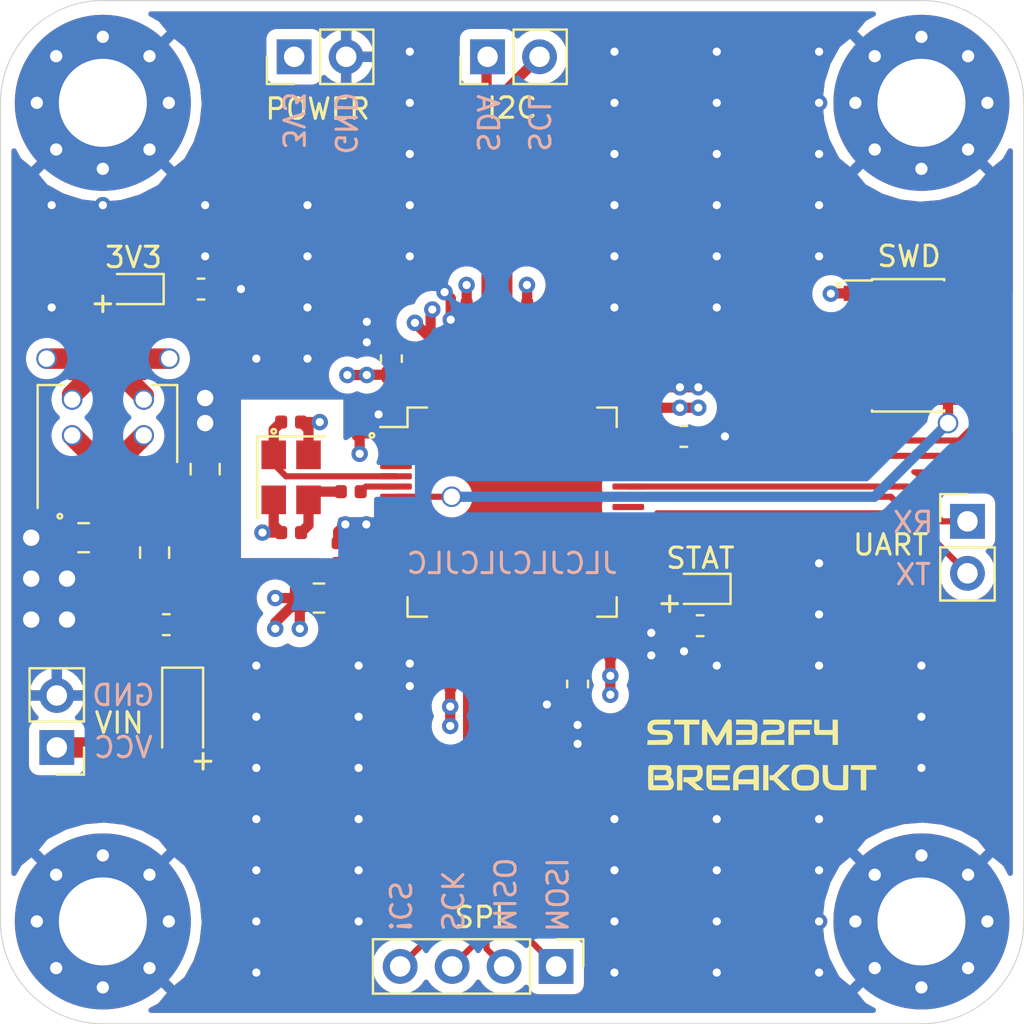
<source format=kicad_pcb>
(kicad_pcb (version 20171130) (host pcbnew "(5.1.5)-3")
  (layers (0 F.Cu signal) (1 In1.Cu power) (2 In2.Cu power) (31 B.Cu signal) (34 B.Paste user) (35 F.Paste user) (36 B.SilkS user) (37 F.SilkS user) (38 B.Mask user) (39 F.Mask user) (44 Edge.Cuts user))
  (net 0 "")
  (net 1 "Net-(C1-Pad1)")
  (net 2 GND)
  (net 3 +3V3)
  (net 4 +3.3VA)
  (net 5 "Net-(C15-Pad1)")
  (net 6 "Net-(C16-Pad1)")
  (net 7 HSE_IN)
  (net 8 "Net-(C18-Pad1)")
  (net 9 "Net-(D1-Pad1)")
  (net 10 VCC)
  (net 11 "Net-(D2-Pad1)")
  (net 12 "Net-(D3-Pad2)")
  (net 13 "Net-(D3-Pad1)")
  (net 14 "Net-(F1-Pad2)")
  (net 15 USART1_RX)
  (net 16 USART1_TX)
  (net 17 SWDIO)
  (net 18 SWCLK)
  (net 19 SWO)
  (net 20 "Net-(J4-Pad7)")
  (net 21 "Net-(J4-Pad8)")
  (net 22 NRST)
  (net 23 I2C1_SCL)
  (net 24 I2C1_SDA)
  (net 25 SPI1_CS)
  (net 26 SPI1_SCK)
  (net 27 SPI1_MISO)
  (net 28 SPI1_MOSI)
  (net 29 BOOT0)
  (net 30 BOOT1)
  (net 31 HSE_OUT)
  (net 32 "Net-(U2-Pad2)")
  (net 33 "Net-(U2-Pad3)")
  (net 34 "Net-(U2-Pad4)")
  (net 35 "Net-(U2-Pad8)")
  (net 36 "Net-(U2-Pad9)")
  (net 37 "Net-(U2-Pad10)")
  (net 38 "Net-(U2-Pad11)")
  (net 39 "Net-(U2-Pad14)")
  (net 40 "Net-(U2-Pad15)")
  (net 41 "Net-(U2-Pad16)")
  (net 42 "Net-(U2-Pad17)")
  (net 43 "Net-(U2-Pad24)")
  (net 44 "Net-(U2-Pad25)")
  (net 45 "Net-(U2-Pad26)")
  (net 46 "Net-(U2-Pad27)")
  (net 47 "Net-(U2-Pad29)")
  (net 48 "Net-(U2-Pad30)")
  (net 49 "Net-(U2-Pad34)")
  (net 50 "Net-(U2-Pad35)")
  (net 51 "Net-(U2-Pad36)")
  (net 52 "Net-(U2-Pad37)")
  (net 53 "Net-(U2-Pad38)")
  (net 54 "Net-(U2-Pad39)")
  (net 55 "Net-(U2-Pad40)")
  (net 56 "Net-(U2-Pad41)")
  (net 57 "Net-(U2-Pad44)")
  (net 58 "Net-(U2-Pad45)")
  (net 59 "Net-(U2-Pad50)")
  (net 60 "Net-(U2-Pad51)")
  (net 61 "Net-(U2-Pad52)")
  (net 62 "Net-(U2-Pad53)")
  (net 63 "Net-(U2-Pad54)")
  (net 64 "Net-(U2-Pad56)")
  (net 65 "Net-(U2-Pad57)")
  (net 66 "Net-(U2-Pad61)")
  (net 67 "Net-(U2-Pad62)")
  (module LogoSilkscreens:F4Silkscreen (layer F.Cu) (at 57.2 56.9)
    (fp_text reference G*** hide)
    (fp_text value LOGO hide)
  )
  (module Capacitor_SMD:C_0805_2012Metric (layer F.Cu) (at 30 42.9 90)
    (fp_text reference C1)
    (fp_text value 10u)
    (pad 1 smd roundrect (at -0.9375 0 90) (size 0.975 1.4) (layers F.Cu F.Paste F.Mask) (net 1 "Net-(C1-Pad1)"))
    (pad 2 smd roundrect (at 0.9375 0 90) (size 0.975 1.4) (layers F.Cu F.Paste F.Mask) (net 2 GND))
  )
  (module Capacitor_SMD:C_0805_2012Metric (layer F.Cu) (at 24.0625 46.25 180)
    (fp_text reference C2)
    (fp_text value 10u)
    (pad 2 smd roundrect (at 0.9375 0 180) (size 0.975 1.4) (layers F.Cu F.Paste F.Mask) (net 2 GND))
    (pad 1 smd roundrect (at -0.9375 0 180) (size 0.975 1.4) (layers F.Cu F.Paste F.Mask) (net 3 +3V3))
  )
  (module Capacitor_SMD:C_0603_1608Metric (layer F.Cu) (at 39.1 37.5 90)
    (fp_text reference C3)
    (fp_text value 10u)
    (pad 1 smd roundrect (at -0.7875 0 90) (size 0.875 0.95) (layers F.Cu F.Paste F.Mask) (net 3 +3V3))
    (pad 2 smd roundrect (at 0.7875 0 90) (size 0.875 0.95) (layers F.Cu F.Paste F.Mask) (net 2 GND))
  )
  (module Capacitor_SMD:C_0402_1005Metric (layer F.Cu) (at 37.5 40.715 90)
    (fp_text reference C4)
    (fp_text value 100nf)
    (pad 2 smd roundrect (at 0.485 0 90) (size 0.59 0.64) (layers F.Cu F.Paste F.Mask) (net 2 GND))
    (pad 1 smd roundrect (at -0.485 0 90) (size 0.59 0.64) (layers F.Cu F.Paste F.Mask) (net 3 +3V3))
  )
  (module Capacitor_SMD:C_0402_1005Metric (layer F.Cu) (at 41.5 52.4 180)
    (fp_text reference C5)
    (fp_text value 100nf)
    (pad 1 smd roundrect (at -0.485 0 180) (size 0.59 0.64) (layers F.Cu F.Paste F.Mask) (net 3 +3V3))
    (pad 2 smd roundrect (at 0.485 0 180) (size 0.59 0.64) (layers F.Cu F.Paste F.Mask) (net 2 GND))
  )
  (module Capacitor_SMD:C_0402_1005Metric (layer F.Cu) (at 41.5 53.5 180)
    (fp_text reference C6)
    (fp_text value 100nf)
    (pad 2 smd roundrect (at 0.485 0 180) (size 0.59 0.64) (layers F.Cu F.Paste F.Mask) (net 2 GND))
    (pad 1 smd roundrect (at -0.485 0 180) (size 0.59 0.64) (layers F.Cu F.Paste F.Mask) (net 3 +3V3))
  )
  (module Capacitor_SMD:C_0402_1005Metric (layer F.Cu) (at 50.285 50.9)
    (fp_text reference C7)
    (fp_text value 100nf)
    (pad 1 smd roundrect (at -0.485 0) (size 0.59 0.64) (layers F.Cu F.Paste F.Mask) (net 3 +3V3))
    (pad 2 smd roundrect (at 0.485 0) (size 0.59 0.64) (layers F.Cu F.Paste F.Mask) (net 2 GND))
  )
  (module Capacitor_SMD:C_0402_1005Metric (layer F.Cu) (at 50.285 52)
    (fp_text reference C8)
    (fp_text value 100nf)
    (pad 2 smd roundrect (at 0.485 0) (size 0.59 0.64) (layers F.Cu F.Paste F.Mask) (net 2 GND))
    (pad 1 smd roundrect (at -0.485 0) (size 0.59 0.64) (layers F.Cu F.Paste F.Mask) (net 3 +3V3))
  )
  (module Capacitor_SMD:C_0402_1005Metric (layer F.Cu) (at 50.9 39.4 90)
    (fp_text reference C9)
    (fp_text value 100nf)
    (pad 1 smd roundrect (at -0.485 0 90) (size 0.59 0.64) (layers F.Cu F.Paste F.Mask) (net 3 +3V3))
    (pad 2 smd roundrect (at 0.485 0 90) (size 0.59 0.64) (layers F.Cu F.Paste F.Mask) (net 2 GND))
  )
  (module Capacitor_SMD:C_0402_1005Metric (layer F.Cu) (at 52.1 39.415 90)
    (fp_text reference C10)
    (fp_text value 100nf)
    (pad 1 smd roundrect (at -0.485 0 90) (size 0.59 0.64) (layers F.Cu F.Paste F.Mask) (net 3 +3V3))
    (pad 2 smd roundrect (at 0.485 0 90) (size 0.59 0.64) (layers F.Cu F.Paste F.Mask) (net 2 GND))
  )
  (module Capacitor_SMD:C_0402_1005Metric (layer F.Cu) (at 41.5 37.6)
    (fp_text reference C11)
    (fp_text value 100nf)
    (pad 2 smd roundrect (at 0.485 0) (size 0.59 0.64) (layers F.Cu F.Paste F.Mask) (net 2 GND))
    (pad 1 smd roundrect (at -0.485 0) (size 0.59 0.64) (layers F.Cu F.Paste F.Mask) (net 3 +3V3))
  )
  (module Capacitor_SMD:C_0402_1005Metric (layer F.Cu) (at 41.5 36.5)
    (fp_text reference C12)
    (fp_text value 100nf)
    (pad 1 smd roundrect (at -0.485 0) (size 0.59 0.64) (layers F.Cu F.Paste F.Mask) (net 3 +3V3))
    (pad 2 smd roundrect (at 0.485 0) (size 0.59 0.64) (layers F.Cu F.Paste F.Mask) (net 2 GND))
  )
  (module Capacitor_SMD:C_0402_1005Metric (layer F.Cu) (at 36.5 47 90)
    (fp_text reference C13)
    (fp_text value 100nf)
    (pad 2 smd roundrect (at 0.485 0 90) (size 0.59 0.64) (layers F.Cu F.Paste F.Mask) (net 2 GND))
    (pad 1 smd roundrect (at -0.485 0 90) (size 0.59 0.64) (layers F.Cu F.Paste F.Mask) (net 4 +3.3VA))
  )
  (module Capacitor_SMD:C_0402_1005Metric (layer F.Cu) (at 37.6 47 90)
    (fp_text reference C14)
    (fp_text value 10n)
    (pad 2 smd roundrect (at 0.485 0 90) (size 0.59 0.64) (layers F.Cu F.Paste F.Mask) (net 2 GND))
    (pad 1 smd roundrect (at -0.485 0 90) (size 0.59 0.64) (layers F.Cu F.Paste F.Mask) (net 4 +3.3VA))
  )
  (module Capacitor_SMD:C_0603_1608Metric (layer F.Cu) (at 48.2 53.4 270)
    (fp_text reference C15)
    (fp_text value 2.2u)
    (pad 2 smd roundrect (at 0.7875 0 270) (size 0.875 0.95) (layers F.Cu F.Paste F.Mask) (net 2 GND))
    (pad 1 smd roundrect (at -0.7875 0 270) (size 0.875 0.95) (layers F.Cu F.Paste F.Mask) (net 5 "Net-(C15-Pad1)"))
  )
  (module Capacitor_SMD:C_0603_1608Metric (layer F.Cu) (at 53.3875 41.3)
    (fp_text reference C16)
    (fp_text value 2.2u)
    (pad 1 smd roundrect (at -0.7875 0) (size 0.875 0.95) (layers F.Cu F.Paste F.Mask) (net 6 "Net-(C16-Pad1)"))
    (pad 2 smd roundrect (at 0.7875 0) (size 0.875 0.95) (layers F.Cu F.Paste F.Mask) (net 2 GND))
  )
  (module Capacitor_SMD:C_0402_1005Metric (layer F.Cu) (at 34.2 40.6)
    (fp_text reference C17)
    (fp_text value 12p)
    (pad 1 smd roundrect (at -0.485 0) (size 0.59 0.64) (layers F.Cu F.Paste F.Mask) (net 7 HSE_IN))
    (pad 2 smd roundrect (at 0.485 0) (size 0.59 0.64) (layers F.Cu F.Paste F.Mask) (net 2 GND))
  )
  (module Capacitor_SMD:C_0402_1005Metric (layer F.Cu) (at 34.2 46 180)
    (fp_text reference C18)
    (fp_text value 12p)
    (pad 1 smd roundrect (at -0.485 0 180) (size 0.59 0.64) (layers F.Cu F.Paste F.Mask) (net 8 "Net-(C18-Pad1)"))
    (pad 2 smd roundrect (at 0.485 0 180) (size 0.59 0.64) (layers F.Cu F.Paste F.Mask) (net 2 GND))
  )
  (module Diode_SMD:D_SOD-123 (layer F.Cu) (at 28.9 54.85 270)
    (fp_text reference D1)
    (fp_text value B5819W)
    (pad 1 smd rect (at -1.65 0 270) (size 0.9 1.2) (layers F.Cu F.Paste F.Mask) (net 9 "Net-(D1-Pad1)"))
    (pad 2 smd rect (at 1.65 0 270) (size 0.9 1.2) (layers F.Cu F.Paste F.Mask) (net 10 VCC))
  )
  (module LED_SMD:LED_0603_1608Metric (layer F.Cu) (at 26.4875 34.1 180)
    (fp_text reference D2)
    (fp_text value Red)
    (pad 1 smd roundrect (at -0.7875 0 180) (size 0.875 0.95) (layers F.Cu F.Paste F.Mask) (net 11 "Net-(D2-Pad1)"))
    (pad 2 smd roundrect (at 0.7875 0 180) (size 0.875 0.95) (layers F.Cu F.Paste F.Mask) (net 3 +3V3))
  )
  (module LED_SMD:LED_0603_1608Metric (layer F.Cu) (at 54.1875 48.75 180)
    (fp_text reference D3)
    (fp_text value Red)
    (pad 2 smd roundrect (at 0.7875 0 180) (size 0.875 0.95) (layers F.Cu F.Paste F.Mask) (net 12 "Net-(D3-Pad2)"))
    (pad 1 smd roundrect (at -0.7875 0 180) (size 0.875 0.95) (layers F.Cu F.Paste F.Mask) (net 13 "Net-(D3-Pad1)"))
  )
  (module Fuse:Fuse_0603_1608Metric (layer F.Cu) (at 28.1 50.5 180)
    (fp_text reference F1)
    (fp_text value 500mA)
    (pad 1 smd roundrect (at -0.7875 0 180) (size 0.875 0.95) (layers F.Cu F.Paste F.Mask) (net 9 "Net-(D1-Pad1)"))
    (pad 2 smd roundrect (at 0.7875 0 180) (size 0.875 0.95) (layers F.Cu F.Paste F.Mask) (net 14 "Net-(F1-Pad2)"))
  )
  (module Inductor_SMD:L_0805_2012Metric (layer F.Cu) (at 27.53 46.9775 270)
    (fp_text reference FB1)
    (fp_text value "100 @ 100 MHz")
    (pad 1 smd roundrect (at -0.9375 0 270) (size 0.975 1.4) (layers F.Cu F.Paste F.Mask) (net 1 "Net-(C1-Pad1)"))
    (pad 2 smd roundrect (at 0.9375 0 270) (size 0.975 1.4) (layers F.Cu F.Paste F.Mask) (net 14 "Net-(F1-Pad2)"))
  )
  (module Inductor_SMD:L_0805_2012Metric (layer F.Cu) (at 35.5625 49.2 180)
    (fp_text reference FB2)
    (fp_text value "100 @ 100 MHz")
    (pad 2 smd roundrect (at 0.9375 0 180) (size 0.975 1.4) (layers F.Cu F.Paste F.Mask) (net 3 +3V3))
    (pad 1 smd roundrect (at -0.9375 0 180) (size 0.975 1.4) (layers F.Cu F.Paste F.Mask) (net 4 +3.3VA))
  )
  (module MountingHole:MountingHole_4.3mm_M4_Pad_Via (layer F.Cu) (at 25 25)
    (fp_text reference H1)
    (fp_text value MountingHole_Pad)
    (pad 1 thru_hole circle (at 2.280419 -2.280419) (size 0.9 0.9) (drill 0.6) (layers *.Cu *.Mask) (net 2 GND))
    (pad 1 thru_hole circle (at 0 -3.225) (size 0.9 0.9) (drill 0.6) (layers *.Cu *.Mask) (net 2 GND))
    (pad 1 thru_hole circle (at -2.280419 -2.280419) (size 0.9 0.9) (drill 0.6) (layers *.Cu *.Mask) (net 2 GND))
    (pad 1 thru_hole circle (at -3.225 0) (size 0.9 0.9) (drill 0.6) (layers *.Cu *.Mask) (net 2 GND))
    (pad 1 thru_hole circle (at -2.280419 2.280419) (size 0.9 0.9) (drill 0.6) (layers *.Cu *.Mask) (net 2 GND))
    (pad 1 thru_hole circle (at 0 3.225) (size 0.9 0.9) (drill 0.6) (layers *.Cu *.Mask) (net 2 GND))
    (pad 1 thru_hole circle (at 2.280419 2.280419) (size 0.9 0.9) (drill 0.6) (layers *.Cu *.Mask) (net 2 GND))
    (pad 1 thru_hole circle (at 3.225 0) (size 0.9 0.9) (drill 0.6) (layers *.Cu *.Mask) (net 2 GND))
    (pad 1 thru_hole circle (at 0 0) (size 8.6 8.6) (drill 4.3) (layers *.Cu *.Mask) (net 2 GND))
  )
  (module MountingHole:MountingHole_4.3mm_M4_Pad_Via (layer F.Cu) (at 65 25)
    (fp_text reference H2)
    (fp_text value MountingHole_Pad)
    (pad 1 thru_hole circle (at 0 0) (size 8.6 8.6) (drill 4.3) (layers *.Cu *.Mask) (net 2 GND))
    (pad 1 thru_hole circle (at 3.225 0) (size 0.9 0.9) (drill 0.6) (layers *.Cu *.Mask) (net 2 GND))
    (pad 1 thru_hole circle (at 2.280419 2.280419) (size 0.9 0.9) (drill 0.6) (layers *.Cu *.Mask) (net 2 GND))
    (pad 1 thru_hole circle (at 0 3.225) (size 0.9 0.9) (drill 0.6) (layers *.Cu *.Mask) (net 2 GND))
    (pad 1 thru_hole circle (at -2.280419 2.280419) (size 0.9 0.9) (drill 0.6) (layers *.Cu *.Mask) (net 2 GND))
    (pad 1 thru_hole circle (at -3.225 0) (size 0.9 0.9) (drill 0.6) (layers *.Cu *.Mask) (net 2 GND))
    (pad 1 thru_hole circle (at -2.280419 -2.280419) (size 0.9 0.9) (drill 0.6) (layers *.Cu *.Mask) (net 2 GND))
    (pad 1 thru_hole circle (at 0 -3.225) (size 0.9 0.9) (drill 0.6) (layers *.Cu *.Mask) (net 2 GND))
    (pad 1 thru_hole circle (at 2.280419 -2.280419) (size 0.9 0.9) (drill 0.6) (layers *.Cu *.Mask) (net 2 GND))
  )
  (module MountingHole:MountingHole_4.3mm_M4_Pad_Via (layer F.Cu) (at 65 65)
    (fp_text reference H3)
    (fp_text value MountingHole_Pad)
    (pad 1 thru_hole circle (at 2.280419 -2.280419) (size 0.9 0.9) (drill 0.6) (layers *.Cu *.Mask) (net 2 GND))
    (pad 1 thru_hole circle (at 0 -3.225) (size 0.9 0.9) (drill 0.6) (layers *.Cu *.Mask) (net 2 GND))
    (pad 1 thru_hole circle (at -2.280419 -2.280419) (size 0.9 0.9) (drill 0.6) (layers *.Cu *.Mask) (net 2 GND))
    (pad 1 thru_hole circle (at -3.225 0) (size 0.9 0.9) (drill 0.6) (layers *.Cu *.Mask) (net 2 GND))
    (pad 1 thru_hole circle (at -2.280419 2.280419) (size 0.9 0.9) (drill 0.6) (layers *.Cu *.Mask) (net 2 GND))
    (pad 1 thru_hole circle (at 0 3.225) (size 0.9 0.9) (drill 0.6) (layers *.Cu *.Mask) (net 2 GND))
    (pad 1 thru_hole circle (at 2.280419 2.280419) (size 0.9 0.9) (drill 0.6) (layers *.Cu *.Mask) (net 2 GND))
    (pad 1 thru_hole circle (at 3.225 0) (size 0.9 0.9) (drill 0.6) (layers *.Cu *.Mask) (net 2 GND))
    (pad 1 thru_hole circle (at 0 0) (size 8.6 8.6) (drill 4.3) (layers *.Cu *.Mask) (net 2 GND))
  )
  (module MountingHole:MountingHole_4.3mm_M4_Pad_Via (layer F.Cu) (at 25 65)
    (fp_text reference H4)
    (fp_text value MountingHole_Pad)
    (pad 1 thru_hole circle (at 0 0) (size 8.6 8.6) (drill 4.3) (layers *.Cu *.Mask) (net 2 GND))
    (pad 1 thru_hole circle (at 3.225 0) (size 0.9 0.9) (drill 0.6) (layers *.Cu *.Mask) (net 2 GND))
    (pad 1 thru_hole circle (at 2.280419 2.280419) (size 0.9 0.9) (drill 0.6) (layers *.Cu *.Mask) (net 2 GND))
    (pad 1 thru_hole circle (at 0 3.225) (size 0.9 0.9) (drill 0.6) (layers *.Cu *.Mask) (net 2 GND))
    (pad 1 thru_hole circle (at -2.280419 2.280419) (size 0.9 0.9) (drill 0.6) (layers *.Cu *.Mask) (net 2 GND))
    (pad 1 thru_hole circle (at -3.225 0) (size 0.9 0.9) (drill 0.6) (layers *.Cu *.Mask) (net 2 GND))
    (pad 1 thru_hole circle (at -2.280419 -2.280419) (size 0.9 0.9) (drill 0.6) (layers *.Cu *.Mask) (net 2 GND))
    (pad 1 thru_hole circle (at 0 -3.225) (size 0.9 0.9) (drill 0.6) (layers *.Cu *.Mask) (net 2 GND))
    (pad 1 thru_hole circle (at 2.280419 -2.280419) (size 0.9 0.9) (drill 0.6) (layers *.Cu *.Mask) (net 2 GND))
  )
  (module Crystal:Crystal_SMD_3225-4Pin_3.2x2.5mm (layer F.Cu) (at 34.2 43.3 270)
    (fp_text reference HSE1)
    (fp_text value 16MHz)
    (pad 1 smd rect (at -1.1 0.85 270) (size 1.4 1.2) (layers F.Cu F.Paste F.Mask) (net 7 HSE_IN))
    (pad 2 smd rect (at 1.1 0.85 270) (size 1.4 1.2) (layers F.Cu F.Paste F.Mask) (net 2 GND))
    (pad 3 smd rect (at 1.1 -0.85 270) (size 1.4 1.2) (layers F.Cu F.Paste F.Mask) (net 8 "Net-(C18-Pad1)"))
    (pad 4 smd rect (at -1.1 -0.85 270) (size 1.4 1.2) (layers F.Cu F.Paste F.Mask) (net 2 GND))
  )
  (module Connector_PinHeader_2.54mm:PinHeader_1x02_P2.54mm_Vertical (layer F.Cu) (at 22.75 56.5 180)
    (fp_text reference J1)
    (fp_text value Conn_01x02)
    (pad 2 thru_hole oval (at 0 2.54 180) (size 1.7 1.7) (drill 1) (layers *.Cu *.Mask) (net 2 GND))
    (pad 1 thru_hole rect (at 0 0 180) (size 1.7 1.7) (drill 1) (layers *.Cu *.Mask) (net 10 VCC))
  )
  (module Connector_PinHeader_2.54mm:PinHeader_1x02_P2.54mm_Vertical (layer F.Cu) (at 67.25 45.45)
    (fp_text reference J2)
    (fp_text value Conn_01x02)
    (pad 2 thru_hole oval (at 0 2.54) (size 1.7 1.7) (drill 1) (layers *.Cu *.Mask) (net 16 USART1_TX))
    (pad 1 thru_hole rect (at 0 0) (size 1.7 1.7) (drill 1) (layers *.Cu *.Mask) (net 15 USART1_RX))
  )
  (module Connector_PinHeader_2.54mm:PinHeader_1x02_P2.54mm_Vertical (layer F.Cu) (at 34.35 22.75 90)
    (fp_text reference J3)
    (fp_text value Conn_01x02)
    (pad 1 thru_hole rect (at 0 0 90) (size 1.7 1.7) (drill 1) (layers *.Cu *.Mask) (net 3 +3V3))
    (pad 2 thru_hole oval (at 0 2.54 90) (size 1.7 1.7) (drill 1) (layers *.Cu *.Mask) (net 2 GND))
  )
  (module Connector_PinHeader_1.27mm:PinHeader_2x05_P1.27mm_Vertical_SMD (layer F.Cu) (at 64.35 36.85)
    (fp_text reference J4)
    (fp_text value Conn_02x05_Odd_Even)
    (pad 1 smd rect (at -1.95 -2.54) (size 2.4 0.74) (layers F.Cu F.Paste F.Mask) (net 3 +3V3))
    (pad 2 smd rect (at 1.95 -2.54) (size 2.4 0.74) (layers F.Cu F.Paste F.Mask) (net 17 SWDIO))
    (pad 3 smd rect (at -1.95 -1.27) (size 2.4 0.74) (layers F.Cu F.Paste F.Mask) (net 2 GND))
    (pad 4 smd rect (at 1.95 -1.27) (size 2.4 0.74) (layers F.Cu F.Paste F.Mask) (net 18 SWCLK))
    (pad 5 smd rect (at -1.95 0) (size 2.4 0.74) (layers F.Cu F.Paste F.Mask) (net 2 GND))
    (pad 6 smd rect (at 1.95 0) (size 2.4 0.74) (layers F.Cu F.Paste F.Mask) (net 19 SWO))
    (pad 7 smd rect (at -1.95 1.27) (size 2.4 0.74) (layers F.Cu F.Paste F.Mask) (net 20 "Net-(J4-Pad7)"))
    (pad 8 smd rect (at 1.95 1.27) (size 2.4 0.74) (layers F.Cu F.Paste F.Mask) (net 21 "Net-(J4-Pad8)"))
    (pad 9 smd rect (at -1.95 2.54) (size 2.4 0.74) (layers F.Cu F.Paste F.Mask) (net 2 GND))
    (pad 10 smd rect (at 1.95 2.54) (size 2.4 0.74) (layers F.Cu F.Paste F.Mask) (net 22 NRST))
  )
  (module Connector_PinHeader_2.54mm:PinHeader_1x02_P2.54mm_Vertical (layer F.Cu) (at 43.8 22.75 90)
    (fp_text reference J5)
    (fp_text value Conn_01x02)
    (pad 1 thru_hole rect (at 0 0 90) (size 1.7 1.7) (drill 1) (layers *.Cu *.Mask) (net 24 I2C1_SDA))
    (pad 2 thru_hole oval (at 0 2.54 90) (size 1.7 1.7) (drill 1) (layers *.Cu *.Mask) (net 23 I2C1_SCL))
  )
  (module Connector_PinHeader_2.54mm:PinHeader_1x04_P2.54mm_Vertical (layer F.Cu) (at 47.15 67.2 270)
    (fp_text reference J6)
    (fp_text value Conn_01x04)
    (pad 1 thru_hole rect (at 0 0 270) (size 1.7 1.7) (drill 1) (layers *.Cu *.Mask) (net 28 SPI1_MOSI))
    (pad 2 thru_hole oval (at 0 2.54 270) (size 1.7 1.7) (drill 1) (layers *.Cu *.Mask) (net 27 SPI1_MISO))
    (pad 3 thru_hole oval (at 0 5.08 270) (size 1.7 1.7) (drill 1) (layers *.Cu *.Mask) (net 26 SPI1_SCK))
    (pad 4 thru_hole oval (at 0 7.62 270) (size 1.7 1.7) (drill 1) (layers *.Cu *.Mask) (net 25 SPI1_CS))
  )
  (module Resistor_SMD:R_0603_1608Metric (layer F.Cu) (at 29.8 34.1)
    (fp_text reference R1)
    (fp_text value 2k2)
    (pad 1 smd roundrect (at -0.7875 0) (size 0.875 0.95) (layers F.Cu F.Paste F.Mask) (net 11 "Net-(D2-Pad1)"))
    (pad 2 smd roundrect (at 0.7875 0) (size 0.875 0.95) (layers F.Cu F.Paste F.Mask) (net 2 GND))
  )
  (module Resistor_SMD:R_0402_1005Metric (layer F.Cu) (at 43 37.015 90)
    (fp_text reference R2)
    (fp_text value 10k)
    (pad 2 smd roundrect (at 0.485 0 90) (size 0.59 0.64) (layers F.Cu F.Paste F.Mask) (net 2 GND))
    (pad 1 smd roundrect (at -0.485 0 90) (size 0.59 0.64) (layers F.Cu F.Paste F.Mask) (net 29 BOOT0))
  )
  (module Resistor_SMD:R_0402_1005Metric (layer F.Cu) (at 46.75 52.985 270)
    (fp_text reference R3)
    (fp_text value 10k)
    (pad 1 smd roundrect (at -0.485 0 270) (size 0.59 0.64) (layers F.Cu F.Paste F.Mask) (net 30 BOOT1))
    (pad 2 smd roundrect (at 0.485 0 270) (size 0.59 0.64) (layers F.Cu F.Paste F.Mask) (net 2 GND))
  )
  (module Resistor_SMD:R_0402_1005Metric (layer F.Cu) (at 45.25 34.85 180)
    (fp_text reference R4)
    (fp_text value 2k2)
    (pad 2 smd roundrect (at 0.485 0 180) (size 0.59 0.64) (layers F.Cu F.Paste F.Mask) (net 23 I2C1_SCL))
    (pad 1 smd roundrect (at -0.485 0 180) (size 0.59 0.64) (layers F.Cu F.Paste F.Mask) (net 3 +3V3))
  )
  (module Resistor_SMD:R_0402_1005Metric (layer F.Cu) (at 43.265 34.85)
    (fp_text reference R5)
    (fp_text value 2k2)
    (pad 1 smd roundrect (at -0.485 0) (size 0.59 0.64) (layers F.Cu F.Paste F.Mask) (net 3 +3V3))
    (pad 2 smd roundrect (at 0.485 0) (size 0.59 0.64) (layers F.Cu F.Paste F.Mask) (net 24 I2C1_SDA))
  )
  (module Resistor_SMD:R_0402_1005Metric (layer F.Cu) (at 37.115 44 180)
    (fp_text reference R6)
    (fp_text value 220)
    (pad 1 smd roundrect (at -0.485 0 180) (size 0.59 0.64) (layers F.Cu F.Paste F.Mask) (net 31 HSE_OUT))
    (pad 2 smd roundrect (at 0.485 0 180) (size 0.59 0.64) (layers F.Cu F.Paste F.Mask) (net 8 "Net-(C18-Pad1)"))
  )
  (module Resistor_SMD:R_0603_1608Metric (layer F.Cu) (at 54.1875 50.55 180)
    (fp_text reference R7)
    (fp_text value 2k2)
    (pad 2 smd roundrect (at 0.7875 0 180) (size 0.875 0.95) (layers F.Cu F.Paste F.Mask) (net 2 GND))
    (pad 1 smd roundrect (at -0.7875 0 180) (size 0.875 0.95) (layers F.Cu F.Paste F.Mask) (net 13 "Net-(D3-Pad1)"))
  )
  (module Package_TO_SOT_SMD:SOT-223-3_TabPin2 (layer F.Cu) (at 25.225001 40.7 90)
    (fp_text reference U1)
    (fp_text value AMS1117-3.3)
    (pad 2 smd rect (at 3.15 0 90) (size 2 3.8) (layers F.Cu F.Paste F.Mask) (net 3 +3V3))
    (pad 2 smd rect (at -3.15 0 90) (size 2 1.5) (layers F.Cu F.Paste F.Mask) (net 3 +3V3))
    (pad 3 smd rect (at -3.15 2.3 90) (size 2 1.5) (layers F.Cu F.Paste F.Mask) (net 1 "Net-(C1-Pad1)"))
    (pad 1 smd rect (at -3.15 -2.3 90) (size 2 1.5) (layers F.Cu F.Paste F.Mask) (net 2 GND))
  )
  (module Package_QFP:LQFP-64_10x10mm_P0.5mm (layer F.Cu) (at 45 45)
    (fp_text reference U2)
    (fp_text value STM32F405RGT6)
    (pad 1 smd roundrect (at -5.675 -3.75) (size 1.55 0.3) (layers F.Cu F.Paste F.Mask) (net 3 +3V3))
    (pad 2 smd roundrect (at -5.675 -3.25) (size 1.55 0.3) (layers F.Cu F.Paste F.Mask) (net 32 "Net-(U2-Pad2)"))
    (pad 3 smd roundrect (at -5.675 -2.75) (size 1.55 0.3) (layers F.Cu F.Paste F.Mask) (net 33 "Net-(U2-Pad3)"))
    (pad 4 smd roundrect (at -5.675 -2.25) (size 1.55 0.3) (layers F.Cu F.Paste F.Mask) (net 34 "Net-(U2-Pad4)"))
    (pad 5 smd roundrect (at -5.675 -1.75) (size 1.55 0.3) (layers F.Cu F.Paste F.Mask) (net 7 HSE_IN))
    (pad 6 smd roundrect (at -5.675 -1.25) (size 1.55 0.3) (layers F.Cu F.Paste F.Mask) (net 31 HSE_OUT))
    (pad 7 smd roundrect (at -5.675 -0.75) (size 1.55 0.3) (layers F.Cu F.Paste F.Mask) (net 22 NRST))
    (pad 8 smd roundrect (at -5.675 -0.25) (size 1.55 0.3) (layers F.Cu F.Paste F.Mask) (net 35 "Net-(U2-Pad8)"))
    (pad 9 smd roundrect (at -5.675 0.25) (size 1.55 0.3) (layers F.Cu F.Paste F.Mask) (net 36 "Net-(U2-Pad9)"))
    (pad 10 smd roundrect (at -5.675 0.75) (size 1.55 0.3) (layers F.Cu F.Paste F.Mask) (net 37 "Net-(U2-Pad10)"))
    (pad 11 smd roundrect (at -5.675 1.25) (size 1.55 0.3) (layers F.Cu F.Paste F.Mask) (net 38 "Net-(U2-Pad11)"))
    (pad 12 smd roundrect (at -5.675 1.75) (size 1.55 0.3) (layers F.Cu F.Paste F.Mask) (net 2 GND))
    (pad 13 smd roundrect (at -5.675 2.25) (size 1.55 0.3) (layers F.Cu F.Paste F.Mask) (net 4 +3.3VA))
    (pad 14 smd roundrect (at -5.675 2.75) (size 1.55 0.3) (layers F.Cu F.Paste F.Mask) (net 39 "Net-(U2-Pad14)"))
    (pad 15 smd roundrect (at -5.675 3.25) (size 1.55 0.3) (layers F.Cu F.Paste F.Mask) (net 40 "Net-(U2-Pad15)"))
    (pad 16 smd roundrect (at -5.675 3.75) (size 1.55 0.3) (layers F.Cu F.Paste F.Mask) (net 41 "Net-(U2-Pad16)"))
    (pad 17 smd roundrect (at -3.75 5.675) (size 0.3 1.55) (layers F.Cu F.Paste F.Mask) (net 42 "Net-(U2-Pad17)"))
    (pad 18 smd roundrect (at -3.25 5.675) (size 0.3 1.55) (layers F.Cu F.Paste F.Mask) (net 2 GND))
    (pad 19 smd roundrect (at -2.75 5.675) (size 0.3 1.55) (layers F.Cu F.Paste F.Mask) (net 3 +3V3))
    (pad 20 smd roundrect (at -2.25 5.675) (size 0.3 1.55) (layers F.Cu F.Paste F.Mask) (net 25 SPI1_CS))
    (pad 21 smd roundrect (at -1.75 5.675) (size 0.3 1.55) (layers F.Cu F.Paste F.Mask) (net 26 SPI1_SCK))
    (pad 22 smd roundrect (at -1.25 5.675) (size 0.3 1.55) (layers F.Cu F.Paste F.Mask) (net 27 SPI1_MISO))
    (pad 23 smd roundrect (at -0.75 5.675) (size 0.3 1.55) (layers F.Cu F.Paste F.Mask) (net 28 SPI1_MOSI))
    (pad 24 smd roundrect (at -0.25 5.675) (size 0.3 1.55) (layers F.Cu F.Paste F.Mask) (net 43 "Net-(U2-Pad24)"))
    (pad 25 smd roundrect (at 0.25 5.675) (size 0.3 1.55) (layers F.Cu F.Paste F.Mask) (net 44 "Net-(U2-Pad25)"))
    (pad 26 smd roundrect (at 0.75 5.675) (size 0.3 1.55) (layers F.Cu F.Paste F.Mask) (net 45 "Net-(U2-Pad26)"))
    (pad 27 smd roundrect (at 1.25 5.675) (size 0.3 1.55) (layers F.Cu F.Paste F.Mask) (net 46 "Net-(U2-Pad27)"))
    (pad 28 smd roundrect (at 1.75 5.675) (size 0.3 1.55) (layers F.Cu F.Paste F.Mask) (net 30 BOOT1))
    (pad 29 smd roundrect (at 2.25 5.675) (size 0.3 1.55) (layers F.Cu F.Paste F.Mask) (net 47 "Net-(U2-Pad29)"))
    (pad 30 smd roundrect (at 2.75 5.675) (size 0.3 1.55) (layers F.Cu F.Paste F.Mask) (net 48 "Net-(U2-Pad30)"))
    (pad 31 smd roundrect (at 3.25 5.675) (size 0.3 1.55) (layers F.Cu F.Paste F.Mask) (net 5 "Net-(C15-Pad1)"))
    (pad 32 smd roundrect (at 3.75 5.675) (size 0.3 1.55) (layers F.Cu F.Paste F.Mask) (net 3 +3V3))
    (pad 33 smd roundrect (at 5.675 3.75) (size 1.55 0.3) (layers F.Cu F.Paste F.Mask) (net 12 "Net-(D3-Pad2)"))
    (pad 34 smd roundrect (at 5.675 3.25) (size 1.55 0.3) (layers F.Cu F.Paste F.Mask) (net 49 "Net-(U2-Pad34)"))
    (pad 35 smd roundrect (at 5.675 2.75) (size 1.55 0.3) (layers F.Cu F.Paste F.Mask) (net 50 "Net-(U2-Pad35)"))
    (pad 36 smd roundrect (at 5.675 2.25) (size 1.55 0.3) (layers F.Cu F.Paste F.Mask) (net 51 "Net-(U2-Pad36)"))
    (pad 37 smd roundrect (at 5.675 1.75) (size 1.55 0.3) (layers F.Cu F.Paste F.Mask) (net 52 "Net-(U2-Pad37)"))
    (pad 38 smd roundrect (at 5.675 1.25) (size 1.55 0.3) (layers F.Cu F.Paste F.Mask) (net 53 "Net-(U2-Pad38)"))
    (pad 39 smd roundrect (at 5.675 0.75) (size 1.55 0.3) (layers F.Cu F.Paste F.Mask) (net 54 "Net-(U2-Pad39)"))
    (pad 40 smd roundrect (at 5.675 0.25) (size 1.55 0.3) (layers F.Cu F.Paste F.Mask) (net 55 "Net-(U2-Pad40)"))
    (pad 41 smd roundrect (at 5.675 -0.25) (size 1.55 0.3) (layers F.Cu F.Paste F.Mask) (net 56 "Net-(U2-Pad41)"))
    (pad 42 smd roundrect (at 5.675 -0.75) (size 1.55 0.3) (layers F.Cu F.Paste F.Mask) (net 16 USART1_TX))
    (pad 43 smd roundrect (at 5.675 -1.25) (size 1.55 0.3) (layers F.Cu F.Paste F.Mask) (net 15 USART1_RX))
    (pad 44 smd roundrect (at 5.675 -1.75) (size 1.55 0.3) (layers F.Cu F.Paste F.Mask) (net 57 "Net-(U2-Pad44)"))
    (pad 45 smd roundrect (at 5.675 -2.25) (size 1.55 0.3) (layers F.Cu F.Paste F.Mask) (net 58 "Net-(U2-Pad45)"))
    (pad 46 smd roundrect (at 5.675 -2.75) (size 1.55 0.3) (layers F.Cu F.Paste F.Mask) (net 17 SWDIO))
    (pad 47 smd roundrect (at 5.675 -3.25) (size 1.55 0.3) (layers F.Cu F.Paste F.Mask) (net 6 "Net-(C16-Pad1)"))
    (pad 48 smd roundrect (at 5.675 -3.75) (size 1.55 0.3) (layers F.Cu F.Paste F.Mask) (net 3 +3V3))
    (pad 49 smd roundrect (at 3.75 -5.675) (size 0.3 1.55) (layers F.Cu F.Paste F.Mask) (net 18 SWCLK))
    (pad 50 smd roundrect (at 3.25 -5.675) (size 0.3 1.55) (layers F.Cu F.Paste F.Mask) (net 59 "Net-(U2-Pad50)"))
    (pad 51 smd roundrect (at 2.75 -5.675) (size 0.3 1.55) (layers F.Cu F.Paste F.Mask) (net 60 "Net-(U2-Pad51)"))
    (pad 52 smd roundrect (at 2.25 -5.675) (size 0.3 1.55) (layers F.Cu F.Paste F.Mask) (net 61 "Net-(U2-Pad52)"))
    (pad 53 smd roundrect (at 1.75 -5.675) (size 0.3 1.55) (layers F.Cu F.Paste F.Mask) (net 62 "Net-(U2-Pad53)"))
    (pad 54 smd roundrect (at 1.25 -5.675) (size 0.3 1.55) (layers F.Cu F.Paste F.Mask) (net 63 "Net-(U2-Pad54)"))
    (pad 55 smd roundrect (at 0.75 -5.675) (size 0.3 1.55) (layers F.Cu F.Paste F.Mask) (net 19 SWO))
    (pad 56 smd roundrect (at 0.25 -5.675) (size 0.3 1.55) (layers F.Cu F.Paste F.Mask) (net 64 "Net-(U2-Pad56)"))
    (pad 57 smd roundrect (at -0.25 -5.675) (size 0.3 1.55) (layers F.Cu F.Paste F.Mask) (net 65 "Net-(U2-Pad57)"))
    (pad 58 smd roundrect (at -0.75 -5.675) (size 0.3 1.55) (layers F.Cu F.Paste F.Mask) (net 23 I2C1_SCL))
    (pad 59 smd roundrect (at -1.25 -5.675) (size 0.3 1.55) (layers F.Cu F.Paste F.Mask) (net 24 I2C1_SDA))
    (pad 60 smd roundrect (at -1.75 -5.675) (size 0.3 1.55) (layers F.Cu F.Paste F.Mask) (net 29 BOOT0))
    (pad 61 smd roundrect (at -2.25 -5.675) (size 0.3 1.55) (layers F.Cu F.Paste F.Mask) (net 66 "Net-(U2-Pad61)"))
    (pad 62 smd roundrect (at -2.75 -5.675) (size 0.3 1.55) (layers F.Cu F.Paste F.Mask) (net 67 "Net-(U2-Pad62)"))
    (pad 63 smd roundrect (at -3.25 -5.675) (size 0.3 1.55) (layers F.Cu F.Paste F.Mask) (net 2 GND))
    (pad 64 smd roundrect (at -3.75 -5.675) (size 0.3 1.55) (layers F.Cu F.Paste F.Mask) (net 3 +3V3))
  )
  (gr_text JLCJLCJLCJLC (at 45 47.5) (layer B.SilkS) (effects (font (size 1 1)) (justify mirror)))
  (gr_circle (center 33.35 41.05) (end 33.35 41.1) (layer F.SilkS) (width 0.12))
  (gr_circle (center 60.95 33.9) (end 60.95 33.95) (layer F.SilkS) (width 0.12))
  (gr_circle (center 22.9 45.2) (end 22.9 45.25) (layer F.SilkS) (width 0.12))
  (gr_circle (center 38.15 41.25) (end 38.15 41.3) (layer F.SilkS) (width 0.12))
  (gr_text + (at 25 34.75) (layer F.SilkS) (effects (font (size 1 1))))
  (gr_text + (at 52.7 49.4) (layer F.SilkS) (effects (font (size 1 1))))
  (gr_text + (at 29.9 57.1) (layer F.SilkS) (effects (font (size 1 1))))
  (gr_text STAT (at 54.2 47.25) (layer F.SilkS) (effects (font (size 1 1))))
  (gr_text 3V3 (at 26.5 32.55) (layer F.SilkS) (effects (font (size 1 1))))
  (gr_text MOSI (at 47.15 63.7 270) (layer B.SilkS) (effects (font (size 1 1)) (justify mirror)))
  (gr_text MISO (at 44.6 63.7 270) (layer B.SilkS) (effects (font (size 1 1)) (justify mirror)))
  (gr_text SCK (at 42.05 64 270) (layer B.SilkS) (effects (font (size 1 1)) (justify mirror)))
  (gr_text !CS (at 39.5 64.25 270) (layer B.SilkS) (effects (font (size 1 1)) (justify mirror)))
  (gr_text TX (at 64.6 48.05) (layer B.SilkS) (effects (font (size 1 1)) (justify mirror)))
  (gr_text RX (at 64.6 45.5) (layer B.SilkS) (effects (font (size 1 1)) (justify mirror)))
  (gr_text VCC (at 26 56.5) (layer B.SilkS) (effects (font (size 1 1)) (justify mirror)))
  (gr_text GND (at 26 53.95) (layer B.SilkS) (effects (font (size 1 1)) (justify mirror)))
  (gr_text SCL (at 46.3 26 270) (layer B.SilkS) (effects (font (size 1 1)) (justify mirror)))
  (gr_text SDA (at 43.8 26 270) (layer B.SilkS) (effects (font (size 1 1)) (justify mirror)))
  (gr_text GND (at 36.85 26 270) (layer B.SilkS) (effects (font (size 1 1)) (justify mirror)))
  (gr_text 3V3 (at 34.3 25.85 270) (layer B.SilkS) (effects (font (size 1 1)) (justify mirror)))
  (gr_text POWER (at 35.5 25.3) (layer F.SilkS) (effects (font (size 1 1))))
  (gr_text VIN (at 25.8 55.3) (layer F.SilkS) (effects (font (size 1 1))))
  (gr_text SPI (at 43.4 64.8) (layer F.SilkS) (effects (font (size 1 1))))
  (gr_text UART (at 63.5 46.6) (layer F.SilkS) (effects (font (size 1 1))))
  (gr_text SWD (at 64.4 32.5) (layer F.SilkS) (effects (font (size 1 1))))
  (gr_text I2C (at 45 25.25) (layer F.SilkS) (effects (font (size 1 1))))
  (gr_arc (start 65 65) (end 65 70) (angle -90) (layer Edge.Cuts) (width 0.05))
  (gr_arc (start 25 65) (end 20 65) (angle -90) (layer Edge.Cuts) (width 0.05))
  (gr_arc (start 25 25) (end 25 20) (angle -90) (layer Edge.Cuts) (width 0.05))
  (gr_arc (start 65 25) (end 70 25) (angle -90) (layer Edge.Cuts) (width 0.05))
  (gr_line (start 20 65) (end 20 25) (layer Edge.Cuts) (width 0.05))
  (gr_line (start 65 70) (end 25 70) (layer Edge.Cuts) (width 0.05))
  (gr_line (start 70 25) (end 70 65) (layer Edge.Cuts) (width 0.05))
  (gr_line (start 25 20) (end 65 20) (layer Edge.Cuts) (width 0.05))
  (segment (start 27.53 43.854999) (end 27.525001 43.85) (width 1) (layer F.Cu) (net 1))
  (segment (start 27.53 46.04) (end 27.53 43.854999) (width 1) (layer F.Cu) (net 1))
  (segment (start 27.537501 43.8375) (end 27.525001 43.85) (width 1) (layer F.Cu) (net 1))
  (segment (start 30 43.8375) (end 27.537501 43.8375) (width 1) (layer F.Cu) (net 1))
  (segment (start 34.685 40.6) (end 35.6 40.6) (width 0.5) (layer F.Cu) (net 2))
  (segment (start 35.6 40.6) (end 35.6 40.6) (width 0.5) (layer F.Cu) (net 2))
  (via (at 35.6 40.6) (size 0.8) (drill 0.4) (layers F.Cu B.Cu) (net 2))
  (via (at 32.8 46) (size 0.8) (drill 0.4) (layers F.Cu B.Cu) (net 2))
  (segment (start 33.715 46) (end 32.8 46) (width 0.5) (layer F.Cu) (net 2))
  (segment (start 33.35 45.635) (end 33.715 46) (width 0.5) (layer F.Cu) (net 2))
  (segment (start 33.35 44.4) (end 33.35 45.635) (width 0.5) (layer F.Cu) (net 2))
  (segment (start 35.05 40.965) (end 34.685 40.6) (width 0.5) (layer F.Cu) (net 2))
  (segment (start 35.05 42.2) (end 35.05 40.965) (width 0.5) (layer F.Cu) (net 2))
  (segment (start 41.75 37.835) (end 41.985 37.6) (width 0.3) (layer F.Cu) (net 2))
  (segment (start 41.75 39.325) (end 41.75 37.835) (width 0.3) (layer F.Cu) (net 2))
  (segment (start 37.835 46.75) (end 37.6 46.515) (width 0.3) (layer F.Cu) (net 2))
  (segment (start 39.325 46.75) (end 37.835 46.75) (width 0.3) (layer F.Cu) (net 2))
  (segment (start 41.165 52.346414) (end 41.165 52.4) (width 0.3) (layer F.Cu) (net 2))
  (segment (start 37.6 46.515) (end 36.5 46.515) (width 0.5) (layer F.Cu) (net 2))
  (segment (start 41.165 52.4) (end 41.165 53.5) (width 0.5) (layer F.Cu) (net 2))
  (segment (start 52.085 38.915) (end 52.1 38.93) (width 0.5) (layer F.Cu) (net 2))
  (segment (start 50.9 38.915) (end 52.085 38.915) (width 0.5) (layer F.Cu) (net 2))
  (segment (start 41.985 37.6) (end 41.985 36.5) (width 0.5) (layer F.Cu) (net 2))
  (segment (start 50.77 50.9) (end 50.77 52) (width 0.5) (layer F.Cu) (net 2))
  (segment (start 22.925001 46.050001) (end 23.125 46.25) (width 1) (layer F.Cu) (net 2))
  (segment (start 22.925001 43.85) (end 22.925001 46.050001) (width 1) (layer F.Cu) (net 2))
  (segment (start 41.015 52.346414) (end 41.015 52.4) (width 0.3) (layer F.Cu) (net 2))
  (segment (start 41.75 50.675) (end 41.75 51.611414) (width 0.3) (layer F.Cu) (net 2))
  (segment (start 41.75 51.611414) (end 41.015 52.346414) (width 0.3) (layer F.Cu) (net 2))
  (via (at 21.5 46.25) (size 1) (drill 0.8) (layers F.Cu B.Cu) (net 2))
  (via (at 21.5 48.25) (size 1) (drill 0.8) (layers F.Cu B.Cu) (net 2))
  (via (at 23.25 48.25) (size 1) (drill 0.8) (layers F.Cu B.Cu) (net 2))
  (via (at 21.5 50.25) (size 1) (drill 0.8) (layers F.Cu B.Cu) (net 2))
  (via (at 23.25 50.25) (size 1) (drill 0.8) (layers F.Cu B.Cu) (net 2))
  (via (at 42 35.6) (size 0.8) (drill 0.4) (layers F.Cu B.Cu) (net 2))
  (segment (start 41.985 35.615) (end 42 35.6) (width 0.5) (layer F.Cu) (net 2))
  (segment (start 41.985 36.5) (end 41.985 35.615) (width 0.5) (layer F.Cu) (net 2))
  (via (at 37.9 36.7) (size 0.8) (drill 0.4) (layers F.Cu B.Cu) (net 2))
  (segment (start 37.9125 36.7125) (end 37.9 36.7) (width 0.5) (layer F.Cu) (net 2))
  (segment (start 39.1 36.7125) (end 37.9125 36.7125) (width 0.5) (layer F.Cu) (net 2))
  (via (at 53.2 38.9) (size 0.8) (drill 0.4) (layers F.Cu B.Cu) (net 2))
  (via (at 54.1 38.9) (size 0.8) (drill 0.4) (layers F.Cu B.Cu) (net 2))
  (via (at 55.4 41.3) (size 0.8) (drill 0.4) (layers F.Cu B.Cu) (net 2))
  (segment (start 55.4 41.3) (end 54.175 41.3) (width 0.5) (layer F.Cu) (net 2))
  (via (at 53.4 51.8) (size 0.8) (drill 0.4) (layers F.Cu B.Cu) (net 2))
  (segment (start 53.4 51.8) (end 53.4 50.55) (width 0.5) (layer F.Cu) (net 2))
  (via (at 51.8 50.9) (size 0.8) (drill 0.4) (layers F.Cu B.Cu) (net 2))
  (via (at 51.8 52) (size 0.8) (drill 0.4) (layers F.Cu B.Cu) (net 2))
  (segment (start 51.8 50.9) (end 50.77 50.9) (width 0.5) (layer F.Cu) (net 2))
  (segment (start 51.8 52) (end 50.77 52) (width 0.5) (layer F.Cu) (net 2))
  (via (at 48.2 55.4) (size 0.8) (drill 0.4) (layers F.Cu B.Cu) (net 2))
  (via (at 46.7 54.4) (size 0.8) (drill 0.4) (layers F.Cu B.Cu) (net 2))
  (via (at 40 53.5) (size 0.8) (drill 0.4) (layers F.Cu B.Cu) (net 2))
  (via (at 40 52.4) (size 0.8) (drill 0.4) (layers F.Cu B.Cu) (net 2))
  (segment (start 41.015 52.4) (end 40 52.4) (width 0.5) (layer F.Cu) (net 2))
  (segment (start 41.015 53.5) (end 40 53.5) (width 0.5) (layer F.Cu) (net 2))
  (segment (start 46.7 53.52) (end 46.75 53.47) (width 0.5) (layer F.Cu) (net 2))
  (segment (start 46.7 54.4) (end 46.7 53.52) (width 0.5) (layer F.Cu) (net 2))
  (segment (start 48.2 55.4) (end 48.2 54.1875) (width 0.5) (layer F.Cu) (net 2))
  (via (at 37.875 45.6) (size 0.8) (drill 0.4) (layers F.Cu B.Cu) (net 2))
  (via (at 36.85 45.6) (size 0.8) (drill 0.4) (layers F.Cu B.Cu) (net 2))
  (segment (start 36.5 45.95) (end 36.85 45.6) (width 0.5) (layer F.Cu) (net 2))
  (segment (start 36.5 46.515) (end 36.5 45.95) (width 0.5) (layer F.Cu) (net 2))
  (segment (start 37.6 45.875) (end 37.875 45.6) (width 0.5) (layer F.Cu) (net 2))
  (segment (start 37.6 46.515) (end 37.6 45.875) (width 0.5) (layer F.Cu) (net 2))
  (segment (start 30 41.9625) (end 30 41.7) (width 0.5) (layer F.Cu) (net 2))
  (via (at 30 40.65) (size 1) (drill 0.8) (layers F.Cu B.Cu) (net 2))
  (segment (start 30 41.9625) (end 30 40.65) (width 0.5) (layer F.Cu) (net 2))
  (via (at 30 39.425) (size 1) (drill 0.8) (layers F.Cu B.Cu) (net 2))
  (segment (start 30 40.65) (end 30 39.425) (width 0.5) (layer F.Cu) (net 2))
  (via (at 31.75 34.1) (size 0.8) (drill 0.4) (layers F.Cu B.Cu) (net 2))
  (segment (start 30.5875 34.1) (end 31.75 34.1) (width 0.5) (layer F.Cu) (net 2))
  (via (at 48.2 56.325) (size 0.8) (drill 0.4) (layers F.Cu B.Cu) (net 2))
  (segment (start 48.2 56.325) (end 48.2 55.4) (width 0.5) (layer F.Cu) (net 2))
  (via (at 38.475 40.225) (size 0.8) (drill 0.4) (layers F.Cu B.Cu) (net 2))
  (segment (start 38.47 40.23) (end 38.475 40.225) (width 0.5) (layer F.Cu) (net 2))
  (segment (start 37.5 40.23) (end 38.47 40.23) (width 0.5) (layer F.Cu) (net 2))
  (segment (start 42.015 36.53) (end 41.985 36.5) (width 0.5) (layer F.Cu) (net 2))
  (segment (start 43 36.53) (end 42.015 36.53) (width 0.5) (layer F.Cu) (net 2))
  (via (at 41.7 34.25) (size 0.8) (drill 0.4) (layers F.Cu B.Cu) (net 2))
  (segment (start 42 34.55) (end 41.7 34.25) (width 0.5) (layer F.Cu) (net 2))
  (segment (start 42 35.6) (end 42 34.55) (width 0.5) (layer F.Cu) (net 2))
  (via (at 37.9 35.7) (size 0.8) (drill 0.4) (layers F.Cu B.Cu) (net 2))
  (segment (start 38.9125 36.7125) (end 37.9 35.7) (width 0.5) (layer F.Cu) (net 2))
  (segment (start 39.1 36.7125) (end 38.9125 36.7125) (width 0.5) (layer F.Cu) (net 2))
  (segment (start 54.1 38.9) (end 53.2 38.9) (width 0.5) (layer F.Cu) (net 2))
  (segment (start 52.13 38.9) (end 52.1 38.93) (width 0.5) (layer F.Cu) (net 2))
  (segment (start 53.2 38.9) (end 52.13 38.9) (width 0.5) (layer F.Cu) (net 2))
  (via (at 50 22.5) (size 0.8) (drill 0.4) (layers F.Cu B.Cu) (net 2))
  (via (at 55 22.5) (size 0.8) (drill 0.4) (layers F.Cu B.Cu) (net 2))
  (via (at 60 22.5) (size 0.8) (drill 0.4) (layers F.Cu B.Cu) (net 2))
  (via (at 60 25) (size 0.8) (drill 0.4) (layers F.Cu B.Cu) (net 2))
  (via (at 55 25) (size 0.8) (drill 0.4) (layers F.Cu B.Cu) (net 2))
  (via (at 50 25) (size 0.8) (drill 0.4) (layers F.Cu B.Cu) (net 2))
  (via (at 50 27.5) (size 0.8) (drill 0.4) (layers F.Cu B.Cu) (net 2))
  (via (at 55 27.5) (size 0.8) (drill 0.4) (layers F.Cu B.Cu) (net 2))
  (via (at 60 27.5) (size 0.8) (drill 0.4) (layers F.Cu B.Cu) (net 2))
  (via (at 60 30) (size 0.8) (drill 0.4) (layers F.Cu B.Cu) (net 2))
  (via (at 55 30) (size 0.8) (drill 0.4) (layers F.Cu B.Cu) (net 2))
  (via (at 50 30) (size 0.8) (drill 0.4) (layers F.Cu B.Cu) (net 2))
  (via (at 40 27.5) (size 0.8) (drill 0.4) (layers F.Cu B.Cu) (net 2))
  (via (at 40 25) (size 0.8) (drill 0.4) (layers F.Cu B.Cu) (net 2))
  (via (at 40 22.5) (size 0.8) (drill 0.4) (layers F.Cu B.Cu) (net 2))
  (via (at 35 32.5) (size 0.8) (drill 0.4) (layers F.Cu B.Cu) (net 2))
  (via (at 40 32.5) (size 0.8) (drill 0.4) (layers F.Cu B.Cu) (net 2))
  (via (at 35 35) (size 0.8) (drill 0.4) (layers F.Cu B.Cu) (net 2))
  (via (at 35 37.5) (size 0.8) (drill 0.4) (layers F.Cu B.Cu) (net 2))
  (via (at 32.5 37.5) (size 0.8) (drill 0.4) (layers F.Cu B.Cu) (net 2))
  (via (at 22.5 35) (size 0.8) (drill 0.4) (layers F.Cu B.Cu) (net 2))
  (via (at 30 32.5) (size 0.8) (drill 0.4) (layers F.Cu B.Cu) (net 2))
  (via (at 50 32.5) (size 0.8) (drill 0.4) (layers F.Cu B.Cu) (net 2))
  (via (at 50 35) (size 0.8) (drill 0.4) (layers F.Cu B.Cu) (net 2))
  (via (at 55 35) (size 0.8) (drill 0.4) (layers F.Cu B.Cu) (net 2))
  (via (at 55 32.5) (size 0.8) (drill 0.4) (layers F.Cu B.Cu) (net 2))
  (via (at 60 32.5) (size 0.8) (drill 0.4) (layers F.Cu B.Cu) (net 2))
  (via (at 40 30) (size 0.8) (drill 0.4) (layers F.Cu B.Cu) (net 2))
  (via (at 55 52.5) (size 0.8) (drill 0.4) (layers F.Cu B.Cu) (net 2))
  (via (at 55 60) (size 0.8) (drill 0.4) (layers F.Cu B.Cu) (net 2))
  (via (at 55 62.5) (size 0.8) (drill 0.4) (layers F.Cu B.Cu) (net 2))
  (via (at 55 65) (size 0.8) (drill 0.4) (layers F.Cu B.Cu) (net 2))
  (via (at 55 67.5) (size 0.8) (drill 0.4) (layers F.Cu B.Cu) (net 2))
  (via (at 60 60) (size 0.8) (drill 0.4) (layers F.Cu B.Cu) (net 2))
  (via (at 60 62.5) (size 0.8) (drill 0.4) (layers F.Cu B.Cu) (net 2))
  (via (at 60 65) (size 0.8) (drill 0.4) (layers F.Cu B.Cu) (net 2))
  (via (at 60 67.5) (size 0.8) (drill 0.4) (layers F.Cu B.Cu) (net 2))
  (via (at 50 67.5) (size 0.8) (drill 0.4) (layers F.Cu B.Cu) (net 2))
  (via (at 50 65) (size 0.8) (drill 0.4) (layers F.Cu B.Cu) (net 2))
  (via (at 50 62.5) (size 0.8) (drill 0.4) (layers F.Cu B.Cu) (net 2))
  (via (at 50 60) (size 0.8) (drill 0.4) (layers F.Cu B.Cu) (net 2))
  (via (at 60 52.5) (size 0.8) (drill 0.4) (layers F.Cu B.Cu) (net 2))
  (via (at 60 47.5) (size 0.8) (drill 0.4) (layers F.Cu B.Cu) (net 2))
  (via (at 65 52.5) (size 0.8) (drill 0.4) (layers F.Cu B.Cu) (net 2))
  (via (at 65 55) (size 0.8) (drill 0.4) (layers F.Cu B.Cu) (net 2))
  (via (at 65 57.5) (size 0.8) (drill 0.4) (layers F.Cu B.Cu) (net 2))
  (via (at 60 50) (size 0.8) (drill 0.4) (layers F.Cu B.Cu) (net 2))
  (via (at 37.5 60) (size 0.8) (drill 0.4) (layers F.Cu B.Cu) (net 2))
  (via (at 32.5 60) (size 0.8) (drill 0.4) (layers F.Cu B.Cu) (net 2))
  (via (at 32.5 57.5) (size 0.8) (drill 0.4) (layers F.Cu B.Cu) (net 2))
  (via (at 37.5 57.5) (size 0.8) (drill 0.4) (layers F.Cu B.Cu) (net 2))
  (via (at 37.5 55) (size 0.8) (drill 0.4) (layers F.Cu B.Cu) (net 2))
  (via (at 32.5 55) (size 0.8) (drill 0.4) (layers F.Cu B.Cu) (net 2))
  (via (at 32.5 65) (size 0.8) (drill 0.4) (layers F.Cu B.Cu) (net 2))
  (via (at 32.5 62.5) (size 0.8) (drill 0.4) (layers F.Cu B.Cu) (net 2))
  (via (at 37.5 62.5) (size 0.8) (drill 0.4) (layers F.Cu B.Cu) (net 2))
  (via (at 37.5 65) (size 0.8) (drill 0.4) (layers F.Cu B.Cu) (net 2))
  (via (at 32.5 67.5) (size 0.8) (drill 0.4) (layers F.Cu B.Cu) (net 2))
  (via (at 32.5 52.5) (size 0.8) (drill 0.4) (layers F.Cu B.Cu) (net 2))
  (via (at 37.5 52.5) (size 0.8) (drill 0.4) (layers F.Cu B.Cu) (net 2))
  (via (at 35 30) (size 0.8) (drill 0.4) (layers F.Cu B.Cu) (net 2))
  (via (at 30 30) (size 0.8) (drill 0.4) (layers F.Cu B.Cu) (net 2))
  (via (at 25 30) (size 0.8) (drill 0.4) (layers F.Cu B.Cu) (net 2))
  (via (at 22.5 30) (size 0.8) (drill 0.4) (layers F.Cu B.Cu) (net 2))
  (via (at 27 39.5) (size 1) (drill 0.8) (layers F.Cu B.Cu) (net 3))
  (via (at 23.5 39.5) (size 1) (drill 0.8) (layers F.Cu B.Cu) (net 3))
  (segment (start 41.25 37.835) (end 41.015 37.6) (width 0.3) (layer F.Cu) (net 3))
  (segment (start 41.25 39.325) (end 41.25 37.835) (width 0.3) (layer F.Cu) (net 3))
  (segment (start 37.55 41.25) (end 37.5 41.2) (width 0.3) (layer F.Cu) (net 3))
  (segment (start 39.325 41.25) (end 37.55 41.25) (width 0.3) (layer F.Cu) (net 3))
  (segment (start 42.1 52.285) (end 41.985 52.4) (width 0.3) (layer F.Cu) (net 3))
  (segment (start 49.575 50.675) (end 49.8 50.9) (width 0.3) (layer F.Cu) (net 3))
  (segment (start 48.75 50.675) (end 49.575 50.675) (width 0.3) (layer F.Cu) (net 3))
  (segment (start 50.675 40.11) (end 50.9 39.885) (width 0.3) (layer F.Cu) (net 3))
  (segment (start 50.675 41.25) (end 50.675 40.11) (width 0.3) (layer F.Cu) (net 3))
  (segment (start 41.985 52.4) (end 41.985 53.5) (width 0.5) (layer F.Cu) (net 3))
  (segment (start 49.8 50.9) (end 49.8 52) (width 0.5) (layer F.Cu) (net 3))
  (segment (start 52.085 39.885) (end 52.1 39.9) (width 0.5) (layer F.Cu) (net 3))
  (segment (start 50.9 39.885) (end 52.085 39.885) (width 0.5) (layer F.Cu) (net 3))
  (segment (start 41.015 37.6) (end 41.015 36.5) (width 0.5) (layer F.Cu) (net 3))
  (segment (start 39.7875 37.6) (end 39.1 38.2875) (width 0.5) (layer F.Cu) (net 3))
  (segment (start 41.015 37.6) (end 39.7875 37.6) (width 0.5) (layer F.Cu) (net 3))
  (segment (start 25.225001 43.85) (end 25.225001 37.55) (width 1) (layer F.Cu) (net 3))
  (segment (start 25.225001 34.574999) (end 25.7 34.1) (width 1) (layer F.Cu) (net 3))
  (segment (start 25.225001 37.55) (end 25.225001 34.574999) (width 1) (layer F.Cu) (net 3))
  (segment (start 25.225001 46.024999) (end 25 46.25) (width 1) (layer F.Cu) (net 3))
  (segment (start 25.225001 43.85) (end 25.225001 46.024999) (width 1) (layer F.Cu) (net 3))
  (segment (start 42.25 52.135) (end 41.985 52.4) (width 0.3) (layer F.Cu) (net 3))
  (segment (start 42.25 50.675) (end 42.25 52.135) (width 0.3) (layer F.Cu) (net 3))
  (via (at 27 41.25) (size 1) (drill 0.8) (layers F.Cu B.Cu) (net 3))
  (via (at 23.5 41.25) (size 1) (drill 0.8) (layers F.Cu B.Cu) (net 3))
  (via (at 22.25 37.5) (size 1) (drill 0.8) (layers F.Cu B.Cu) (net 3))
  (via (at 28.25 37.5) (size 1) (drill 0.8) (layers F.Cu B.Cu) (net 3))
  (segment (start 25.275001 37.5) (end 25.225001 37.55) (width 1) (layer F.Cu) (net 3))
  (segment (start 28.25 37.5) (end 25.275001 37.5) (width 1) (layer F.Cu) (net 3))
  (segment (start 25.175001 37.5) (end 25.225001 37.55) (width 1) (layer F.Cu) (net 3))
  (segment (start 22.25 37.5) (end 25.175001 37.5) (width 1) (layer F.Cu) (net 3))
  (segment (start 23.5 39.275001) (end 25.225001 37.55) (width 1) (layer F.Cu) (net 3))
  (segment (start 23.5 39.5) (end 23.5 39.275001) (width 1) (layer F.Cu) (net 3))
  (segment (start 27 39.324999) (end 25.225001 37.55) (width 1) (layer F.Cu) (net 3))
  (segment (start 27 39.5) (end 27 39.324999) (width 1) (layer F.Cu) (net 3))
  (segment (start 25.225001 42.975001) (end 23.5 41.25) (width 1) (layer F.Cu) (net 3))
  (segment (start 25.225001 43.85) (end 25.225001 42.975001) (width 1) (layer F.Cu) (net 3))
  (segment (start 25.225001 43.024999) (end 27 41.25) (width 1) (layer F.Cu) (net 3))
  (segment (start 25.225001 43.85) (end 25.225001 43.024999) (width 1) (layer F.Cu) (net 3))
  (via (at 41.975 54.5) (size 0.8) (drill 0.4) (layers F.Cu B.Cu) (net 3))
  (via (at 40.25 35.75) (size 0.8) (drill 0.4) (layers F.Cu B.Cu) (net 3))
  (via (at 41.1 35.1) (size 0.8) (drill 0.4) (layers F.Cu B.Cu) (net 3))
  (segment (start 41 36.5) (end 40.25 35.75) (width 0.5) (layer F.Cu) (net 3))
  (segment (start 41.015 36.5) (end 41 36.5) (width 0.5) (layer F.Cu) (net 3))
  (segment (start 41.015 35.185) (end 41.1 35.1) (width 0.5) (layer F.Cu) (net 3))
  (segment (start 41.015 36.5) (end 41.015 35.185) (width 0.5) (layer F.Cu) (net 3))
  (via (at 37.9 38.3) (size 0.8) (drill 0.4) (layers F.Cu B.Cu) (net 3))
  (segment (start 37.9125 38.2875) (end 37.9 38.3) (width 0.5) (layer F.Cu) (net 3))
  (segment (start 39.1 38.2875) (end 37.9125 38.2875) (width 0.5) (layer F.Cu) (net 3))
  (via (at 41.975 55.45) (size 0.8) (drill 0.4) (layers F.Cu B.Cu) (net 3))
  (segment (start 41.975 55.45) (end 41.975 54.5) (width 0.5) (layer F.Cu) (net 3))
  (segment (start 41.975 53.51) (end 41.985 53.5) (width 0.5) (layer F.Cu) (net 3))
  (segment (start 41.975 54.5) (end 41.975 53.51) (width 0.5) (layer F.Cu) (net 3))
  (via (at 49.8 53) (size 0.8) (drill 0.4) (layers F.Cu B.Cu) (net 3))
  (via (at 49.8 53.925) (size 0.8) (drill 0.4) (layers F.Cu B.Cu) (net 3))
  (segment (start 49.8 53.925) (end 49.8 53) (width 0.5) (layer F.Cu) (net 3))
  (segment (start 49.8 53) (end 49.8 52) (width 0.5) (layer F.Cu) (net 3))
  (via (at 33.425 49.2) (size 0.8) (drill 0.4) (layers F.Cu B.Cu) (net 3))
  (via (at 33.425 50.7) (size 0.8) (drill 0.4) (layers F.Cu B.Cu) (net 3))
  (via (at 34.625 50.7) (size 0.8) (drill 0.4) (layers F.Cu B.Cu) (net 3))
  (segment (start 33.425 49.2) (end 34.625 49.2) (width 0.5) (layer F.Cu) (net 3))
  (segment (start 33.425 50.4) (end 34.625 49.2) (width 0.5) (layer F.Cu) (net 3))
  (segment (start 33.425 50.7) (end 33.425 50.4) (width 0.5) (layer F.Cu) (net 3))
  (segment (start 34.625 50.7) (end 34.625 49.2) (width 0.5) (layer F.Cu) (net 3))
  (via (at 42.775 33.9) (size 0.8) (drill 0.4) (layers F.Cu B.Cu) (net 3))
  (via (at 45.725 33.9) (size 0.8) (drill 0.4) (layers F.Cu B.Cu) (net 3))
  (segment (start 45.735 33.91) (end 45.725 33.9) (width 0.5) (layer F.Cu) (net 3))
  (segment (start 45.735 34.85) (end 45.735 33.91) (width 0.5) (layer F.Cu) (net 3))
  (segment (start 42.78 33.905) (end 42.775 33.9) (width 0.5) (layer F.Cu) (net 3))
  (segment (start 42.78 34.85) (end 42.78 33.905) (width 0.5) (layer F.Cu) (net 3))
  (via (at 53.2 39.9) (size 0.8) (drill 0.4) (layers F.Cu B.Cu) (net 3))
  (via (at 54.1 39.9) (size 0.8) (drill 0.4) (layers F.Cu B.Cu) (net 3))
  (segment (start 54.1 39.9) (end 53.2 39.9) (width 0.5) (layer F.Cu) (net 3))
  (segment (start 53.2 39.9) (end 52.1 39.9) (width 0.5) (layer F.Cu) (net 3))
  (via (at 36.95 38.3) (size 0.8) (drill 0.4) (layers F.Cu B.Cu) (net 3))
  (segment (start 37.9 38.3) (end 36.95 38.3) (width 0.5) (layer F.Cu) (net 3))
  (via (at 37.55 42.15) (size 0.8) (drill 0.4) (layers F.Cu B.Cu) (net 3))
  (segment (start 37.55 42.15) (end 37.55 41.25) (width 0.5) (layer F.Cu) (net 3))
  (via (at 60.575 34.325) (size 0.8) (drill 0.4) (layers F.Cu B.Cu) (net 3))
  (segment (start 60.59 34.31) (end 60.575 34.325) (width 0.5) (layer F.Cu) (net 3))
  (segment (start 62.4 34.31) (end 60.59 34.31) (width 0.5) (layer F.Cu) (net 3))
  (segment (start 37.835 47.25) (end 37.6 47.485) (width 0.3) (layer F.Cu) (net 4))
  (segment (start 39.325 47.25) (end 37.835 47.25) (width 0.3) (layer F.Cu) (net 4))
  (segment (start 37.6 47.485) (end 36.5 47.485) (width 0.5) (layer F.Cu) (net 4))
  (segment (start 36.5 47.485) (end 36.5 49.2) (width 0.5) (layer F.Cu) (net 4))
  (segment (start 48.25 52.5625) (end 48.2 52.6125) (width 0.3) (layer F.Cu) (net 5))
  (segment (start 48.25 50.675) (end 48.25 52.5625) (width 0.3) (layer F.Cu) (net 5))
  (segment (start 52.15 41.75) (end 52.6 41.3) (width 0.3) (layer F.Cu) (net 6))
  (segment (start 50.675 41.75) (end 52.15 41.75) (width 0.3) (layer F.Cu) (net 6))
  (segment (start 33.35 40.965) (end 33.715 40.6) (width 0.5) (layer F.Cu) (net 7))
  (segment (start 33.35 42.2) (end 33.35 40.965) (width 0.5) (layer F.Cu) (net 7))
  (segment (start 33.35 42.65) (end 33.35 42.2) (width 0.3) (layer F.Cu) (net 7))
  (segment (start 39.325 43.25) (end 33.95 43.25) (width 0.3) (layer F.Cu) (net 7))
  (segment (start 33.95 43.25) (end 33.35 42.65) (width 0.3) (layer F.Cu) (net 7))
  (segment (start 35.05 45.635) (end 34.685 46) (width 0.5) (layer F.Cu) (net 8))
  (segment (start 35.05 44.4) (end 35.05 45.635) (width 0.5) (layer F.Cu) (net 8))
  (segment (start 35.45 44) (end 35.05 44.4) (width 0.5) (layer F.Cu) (net 8))
  (segment (start 36.63 44) (end 35.45 44) (width 0.5) (layer F.Cu) (net 8))
  (segment (start 28.9 50.5125) (end 28.8875 50.5) (width 1) (layer F.Cu) (net 9))
  (segment (start 28.9 53.2) (end 28.9 50.5125) (width 1) (layer F.Cu) (net 9))
  (segment (start 22.75 56.5) (end 28.9 56.5) (width 1) (layer F.Cu) (net 10))
  (segment (start 27.275 34.1) (end 29.0125 34.1) (width 0.5) (layer F.Cu) (net 11))
  (segment (start 50.675 48.75) (end 53.4 48.75) (width 0.3) (layer F.Cu) (net 12))
  (segment (start 54.975 48.75) (end 54.975 50.55) (width 0.5) (layer F.Cu) (net 13))
  (segment (start 27.3125 48.1325) (end 27.53 47.915) (width 1) (layer F.Cu) (net 14))
  (segment (start 27.3125 50.5) (end 27.3125 48.1325) (width 1) (layer F.Cu) (net 14))
  (segment (start 50.675 43.75) (end 64.3 43.75) (width 0.3) (layer F.Cu) (net 15))
  (segment (start 66 45.45) (end 67.25 45.45) (width 0.3) (layer F.Cu) (net 15))
  (segment (start 64.3 43.75) (end 66 45.45) (width 0.3) (layer F.Cu) (net 15))
  (segment (start 63.51 44.25) (end 67.25 47.99) (width 0.3) (layer F.Cu) (net 16))
  (segment (start 50.675 44.25) (end 63.51 44.25) (width 0.3) (layer F.Cu) (net 16))
  (segment (start 68.31 34.31) (end 66.3 34.31) (width 0.3) (layer F.Cu) (net 17))
  (segment (start 68.95 34.95) (end 68.31 34.31) (width 0.3) (layer F.Cu) (net 17))
  (segment (start 68.95 40.45) (end 68.95 34.95) (width 0.3) (layer F.Cu) (net 17))
  (segment (start 50.675 42.25) (end 67.15 42.25) (width 0.3) (layer F.Cu) (net 17))
  (segment (start 67.15 42.25) (end 68.95 40.45) (width 0.3) (layer F.Cu) (net 17))
  (segment (start 68.15 35.9) (end 67.83 35.58) (width 0.3) (layer F.Cu) (net 18))
  (segment (start 68.15 40.2) (end 68.15 35.9) (width 0.3) (layer F.Cu) (net 18))
  (segment (start 50.575 37.5) (end 53.95 37.5) (width 0.3) (layer F.Cu) (net 18))
  (segment (start 66.85 41.5) (end 68.15 40.2) (width 0.3) (layer F.Cu) (net 18))
  (segment (start 67.83 35.58) (end 66.3 35.58) (width 0.3) (layer F.Cu) (net 18))
  (segment (start 48.75 39.325) (end 50.575 37.5) (width 0.3) (layer F.Cu) (net 18))
  (segment (start 57.95 41.5) (end 66.85 41.5) (width 0.3) (layer F.Cu) (net 18))
  (segment (start 53.95 37.5) (end 57.95 41.5) (width 0.3) (layer F.Cu) (net 18))
  (segment (start 45.75 39.325) (end 45.75 38.1) (width 0.3) (layer F.Cu) (net 19))
  (segment (start 45.75 38.1) (end 46 37.85) (width 0.3) (layer F.Cu) (net 19))
  (segment (start 46 37.85) (end 49.25 37.85) (width 0.3) (layer F.Cu) (net 19))
  (segment (start 49.25 37.85) (end 50.25 36.85) (width 0.3) (layer F.Cu) (net 19))
  (segment (start 50.25 36.85) (end 54.25 36.85) (width 0.3) (layer F.Cu) (net 19))
  (segment (start 54.25 36.85) (end 58.25 40.85) (width 0.3) (layer F.Cu) (net 19))
  (segment (start 58.25 40.85) (end 63.6 40.85) (width 0.3) (layer F.Cu) (net 19))
  (segment (start 63.6 40.85) (end 64.35 40.1) (width 0.3) (layer F.Cu) (net 19))
  (segment (start 64.35 40.1) (end 64.35 37.25) (width 0.3) (layer F.Cu) (net 19))
  (segment (start 64.75 36.85) (end 66.3 36.85) (width 0.3) (layer F.Cu) (net 19))
  (segment (start 64.35 37.25) (end 64.75 36.85) (width 0.3) (layer F.Cu) (net 19))
  (segment (start 39.325 44.25) (end 42.05 44.25) (width 0.3) (layer F.Cu) (net 22))
  (segment (start 42.05 44.25) (end 42.05 44.25) (width 0.3) (layer F.Cu) (net 22))
  (via (at 42.05 44.25) (size 1) (drill 0.8) (layers F.Cu B.Cu) (net 22))
  (via (at 66.3 40.65) (size 1) (drill 0.8) (layers F.Cu B.Cu) (net 22))
  (segment (start 66.3 39.39) (end 66.3 40.65) (width 0.5) (layer F.Cu) (net 22))
  (segment (start 62.7 44.25) (end 66.3 40.65) (width 0.5) (layer B.Cu) (net 22))
  (segment (start 42.05 44.25) (end 62.7 44.25) (width 0.5) (layer B.Cu) (net 22))
  (segment (start 44.765 34.858586) (end 44.765 34.85) (width 0.3) (layer F.Cu) (net 23))
  (segment (start 44.25 39.325) (end 44.25 35.373586) (width 0.3) (layer F.Cu) (net 23))
  (segment (start 44.25 35.373586) (end 44.765 34.858586) (width 0.3) (layer F.Cu) (net 23))
  (segment (start 44.765 24.325) (end 46.34 22.75) (width 0.5) (layer F.Cu) (net 23))
  (segment (start 44.765 34.85) (end 44.765 24.325) (width 0.5) (layer F.Cu) (net 23))
  (segment (start 43.75 39.325) (end 43.75 34.85) (width 0.3) (layer F.Cu) (net 24))
  (segment (start 43.75 22.8) (end 43.8 22.75) (width 0.5) (layer F.Cu) (net 24))
  (segment (start 43.75 34.85) (end 43.75 22.8) (width 0.5) (layer F.Cu) (net 24))
  (segment (start 42.75 63.98) (end 39.53 67.2) (width 0.3) (layer F.Cu) (net 25))
  (segment (start 42.75 50.675) (end 42.75 63.98) (width 0.3) (layer F.Cu) (net 25))
  (segment (start 43.25 66.02) (end 42.07 67.2) (width 0.3) (layer F.Cu) (net 26))
  (segment (start 43.25 50.675) (end 43.25 66.02) (width 0.3) (layer F.Cu) (net 26))
  (segment (start 43.75 66.34) (end 44.61 67.2) (width 0.3) (layer F.Cu) (net 27))
  (segment (start 43.75 50.675) (end 43.75 66.34) (width 0.3) (layer F.Cu) (net 27))
  (segment (start 44.25 64.3) (end 47.15 67.2) (width 0.3) (layer F.Cu) (net 28))
  (segment (start 44.25 50.675) (end 44.25 64.3) (width 0.3) (layer F.Cu) (net 28))
  (segment (start 43.25 37.75) (end 43 37.5) (width 0.3) (layer F.Cu) (net 29))
  (segment (start 43.25 39.325) (end 43.25 37.75) (width 0.3) (layer F.Cu) (net 29))
  (segment (start 46.75 50.675) (end 46.75 52.5) (width 0.3) (layer F.Cu) (net 30))
  (segment (start 37.85 43.75) (end 37.6 44) (width 0.3) (layer F.Cu) (net 31))
  (segment (start 39.325 43.75) (end 37.85 43.75) (width 0.3) (layer F.Cu) (net 31))
  (zone (net 2) (net_name GND) (layer B.Cu) (connect_pads (clearance 0.508)) (min_thickness 0.254) (fill yes (arc_segments 32) (thermal_gap 0.508) (thermal_bridge_width 0.508))
    (polygon (pts (xy 70 20) (xy 70 70) (xy 20 70) (xy 20 20)))
    (polygon (pts (xy 36.5 45.25) (xy 38.25 45.25) (xy 38.25 44.25) (xy 40.25 44.25) (xy 40.25 42.7) (xy 36.75 42.7) (xy 36.75 39.5) (xy 31.75 39.5) (xy 31.75 47.25) (xy 36.5 47.25)))
  )
  (zone (net 2) (net_name GND) (layer F.Cu) (connect_pads (clearance 0.508)) (min_thickness 0.254) (fill yes (arc_segments 32) (thermal_gap 0.508) (thermal_bridge_width 0.508))
    (polygon (pts (xy 70 20) (xy 70 70) (xy 20 70) (xy 20 20)))
    (polygon (pts (xy 36.5 45.25) (xy 38.25 45.25) (xy 38.25 44.25) (xy 40.25 44.25) (xy 40.25 42.7) (xy 36.75 42.7) (xy 36.75 39.5) (xy 31.75 39.5) (xy 31.75 47.25) (xy 36.5 47.25)))
  )
)
</source>
